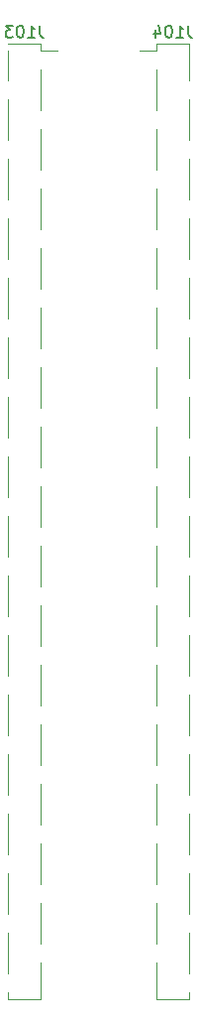
<source format=gbo>
G04 #@! TF.GenerationSoftware,KiCad,Pcbnew,9.0.6*
G04 #@! TF.CreationDate,2026-01-02T14:07:44-06:00*
G04 #@! TF.ProjectId,QFN-60_7x7,51464e2d-3630-45f3-9778-372e6b696361,rev?*
G04 #@! TF.SameCoordinates,Original*
G04 #@! TF.FileFunction,Legend,Bot*
G04 #@! TF.FilePolarity,Positive*
%FSLAX46Y46*%
G04 Gerber Fmt 4.6, Leading zero omitted, Abs format (unit mm)*
G04 Created by KiCad (PCBNEW 9.0.6) date 2026-01-02 14:07:44*
%MOMM*%
%LPD*%
G01*
G04 APERTURE LIST*
%ADD10C,0.150000*%
%ADD11C,0.120000*%
%ADD12R,2.510000X1.000000*%
%ADD13C,1.700000*%
%ADD14R,1.700000X1.700000*%
G04 APERTURE END LIST*
D10*
X146065714Y-78481819D02*
X146065714Y-79196104D01*
X146065714Y-79196104D02*
X146113333Y-79338961D01*
X146113333Y-79338961D02*
X146208571Y-79434200D01*
X146208571Y-79434200D02*
X146351428Y-79481819D01*
X146351428Y-79481819D02*
X146446666Y-79481819D01*
X145065714Y-79481819D02*
X145637142Y-79481819D01*
X145351428Y-79481819D02*
X145351428Y-78481819D01*
X145351428Y-78481819D02*
X145446666Y-78624676D01*
X145446666Y-78624676D02*
X145541904Y-78719914D01*
X145541904Y-78719914D02*
X145637142Y-78767533D01*
X144446666Y-78481819D02*
X144351428Y-78481819D01*
X144351428Y-78481819D02*
X144256190Y-78529438D01*
X144256190Y-78529438D02*
X144208571Y-78577057D01*
X144208571Y-78577057D02*
X144160952Y-78672295D01*
X144160952Y-78672295D02*
X144113333Y-78862771D01*
X144113333Y-78862771D02*
X144113333Y-79100866D01*
X144113333Y-79100866D02*
X144160952Y-79291342D01*
X144160952Y-79291342D02*
X144208571Y-79386580D01*
X144208571Y-79386580D02*
X144256190Y-79434200D01*
X144256190Y-79434200D02*
X144351428Y-79481819D01*
X144351428Y-79481819D02*
X144446666Y-79481819D01*
X144446666Y-79481819D02*
X144541904Y-79434200D01*
X144541904Y-79434200D02*
X144589523Y-79386580D01*
X144589523Y-79386580D02*
X144637142Y-79291342D01*
X144637142Y-79291342D02*
X144684761Y-79100866D01*
X144684761Y-79100866D02*
X144684761Y-78862771D01*
X144684761Y-78862771D02*
X144637142Y-78672295D01*
X144637142Y-78672295D02*
X144589523Y-78577057D01*
X144589523Y-78577057D02*
X144541904Y-78529438D01*
X144541904Y-78529438D02*
X144446666Y-78481819D01*
X143256190Y-78815152D02*
X143256190Y-79481819D01*
X143494285Y-78434200D02*
X143732380Y-79148485D01*
X143732380Y-79148485D02*
X143113333Y-79148485D01*
X133365714Y-78481819D02*
X133365714Y-79196104D01*
X133365714Y-79196104D02*
X133413333Y-79338961D01*
X133413333Y-79338961D02*
X133508571Y-79434200D01*
X133508571Y-79434200D02*
X133651428Y-79481819D01*
X133651428Y-79481819D02*
X133746666Y-79481819D01*
X132365714Y-79481819D02*
X132937142Y-79481819D01*
X132651428Y-79481819D02*
X132651428Y-78481819D01*
X132651428Y-78481819D02*
X132746666Y-78624676D01*
X132746666Y-78624676D02*
X132841904Y-78719914D01*
X132841904Y-78719914D02*
X132937142Y-78767533D01*
X131746666Y-78481819D02*
X131651428Y-78481819D01*
X131651428Y-78481819D02*
X131556190Y-78529438D01*
X131556190Y-78529438D02*
X131508571Y-78577057D01*
X131508571Y-78577057D02*
X131460952Y-78672295D01*
X131460952Y-78672295D02*
X131413333Y-78862771D01*
X131413333Y-78862771D02*
X131413333Y-79100866D01*
X131413333Y-79100866D02*
X131460952Y-79291342D01*
X131460952Y-79291342D02*
X131508571Y-79386580D01*
X131508571Y-79386580D02*
X131556190Y-79434200D01*
X131556190Y-79434200D02*
X131651428Y-79481819D01*
X131651428Y-79481819D02*
X131746666Y-79481819D01*
X131746666Y-79481819D02*
X131841904Y-79434200D01*
X131841904Y-79434200D02*
X131889523Y-79386580D01*
X131889523Y-79386580D02*
X131937142Y-79291342D01*
X131937142Y-79291342D02*
X131984761Y-79100866D01*
X131984761Y-79100866D02*
X131984761Y-78862771D01*
X131984761Y-78862771D02*
X131937142Y-78672295D01*
X131937142Y-78672295D02*
X131889523Y-78577057D01*
X131889523Y-78577057D02*
X131841904Y-78529438D01*
X131841904Y-78529438D02*
X131746666Y-78481819D01*
X131079999Y-78481819D02*
X130460952Y-78481819D01*
X130460952Y-78481819D02*
X130794285Y-78862771D01*
X130794285Y-78862771D02*
X130651428Y-78862771D01*
X130651428Y-78862771D02*
X130556190Y-78910390D01*
X130556190Y-78910390D02*
X130508571Y-78958009D01*
X130508571Y-78958009D02*
X130460952Y-79053247D01*
X130460952Y-79053247D02*
X130460952Y-79291342D01*
X130460952Y-79291342D02*
X130508571Y-79386580D01*
X130508571Y-79386580D02*
X130556190Y-79434200D01*
X130556190Y-79434200D02*
X130651428Y-79481819D01*
X130651428Y-79481819D02*
X130937142Y-79481819D01*
X130937142Y-79481819D02*
X131032380Y-79434200D01*
X131032380Y-79434200D02*
X131079999Y-79386580D01*
D11*
X146160000Y-80027000D02*
X146160000Y-83137000D01*
X146160000Y-80027000D02*
X143400000Y-80027000D01*
X146160000Y-80597000D02*
X146160000Y-83137000D01*
X146160000Y-84757000D02*
X146160000Y-88217000D01*
X146160000Y-89837000D02*
X146160000Y-93297000D01*
X146160000Y-94917000D02*
X146160000Y-98377000D01*
X146160000Y-99997000D02*
X146160000Y-103457000D01*
X146160000Y-105077000D02*
X146160000Y-108537000D01*
X146160000Y-110157000D02*
X146160000Y-113617000D01*
X146160000Y-115237000D02*
X146160000Y-118697000D01*
X146160000Y-120317000D02*
X146160000Y-123777000D01*
X146160000Y-125397000D02*
X146160000Y-128857000D01*
X146160000Y-130477000D02*
X146160000Y-133937000D01*
X146160000Y-135557000D02*
X146160000Y-139017000D01*
X146160000Y-140637000D02*
X146160000Y-144097000D01*
X146160000Y-145717000D02*
X146160000Y-149177000D01*
X146160000Y-150797000D02*
X146160000Y-154257000D01*
X146160000Y-155877000D02*
X146160000Y-159337000D01*
X146160000Y-160957000D02*
X146160000Y-161527000D01*
X146160000Y-161527000D02*
X143400000Y-161527000D01*
X143400000Y-80027000D02*
X143400000Y-80597000D01*
X143400000Y-80597000D02*
X141930000Y-80597000D01*
X143400000Y-82217000D02*
X143400000Y-85677000D01*
X143400000Y-87297000D02*
X143400000Y-90757000D01*
X143400000Y-92377000D02*
X143400000Y-95837000D01*
X143400000Y-97457000D02*
X143400000Y-100917000D01*
X143400000Y-102537000D02*
X143400000Y-105997000D01*
X143400000Y-107617000D02*
X143400000Y-111077000D01*
X143400000Y-112697000D02*
X143400000Y-116157000D01*
X143400000Y-117777000D02*
X143400000Y-121237000D01*
X143400000Y-122857000D02*
X143400000Y-126317000D01*
X143400000Y-127937000D02*
X143400000Y-131397000D01*
X143400000Y-133017000D02*
X143400000Y-136477000D01*
X143400000Y-138097000D02*
X143400000Y-141557000D01*
X143400000Y-143177000D02*
X143400000Y-146637000D01*
X143400000Y-148257000D02*
X143400000Y-151717000D01*
X143400000Y-153337000D02*
X143400000Y-156797000D01*
X143400000Y-158417000D02*
X143400000Y-161527000D01*
X130700000Y-80597000D02*
X130700000Y-83137000D01*
X130700000Y-84757000D02*
X130700000Y-88217000D01*
X130700000Y-89837000D02*
X130700000Y-93297000D01*
X130700000Y-94917000D02*
X130700000Y-98377000D01*
X130700000Y-99997000D02*
X130700000Y-103457000D01*
X130700000Y-105077000D02*
X130700000Y-108537000D01*
X130700000Y-110157000D02*
X130700000Y-113617000D01*
X130700000Y-115237000D02*
X130700000Y-118697000D01*
X130700000Y-120317000D02*
X130700000Y-123777000D01*
X130700000Y-125397000D02*
X130700000Y-128857000D01*
X130700000Y-130477000D02*
X130700000Y-133937000D01*
X130700000Y-135557000D02*
X130700000Y-139017000D01*
X130700000Y-140637000D02*
X130700000Y-144097000D01*
X130700000Y-145717000D02*
X130700000Y-149177000D01*
X130700000Y-150797000D02*
X130700000Y-154257000D01*
X130700000Y-155877000D02*
X130700000Y-159337000D01*
X130700000Y-160957000D02*
X130700000Y-161527000D01*
X133460000Y-80027000D02*
X130700000Y-80027000D01*
X133460000Y-80027000D02*
X133460000Y-80597000D01*
X133460000Y-80597000D02*
X134930000Y-80597000D01*
X133460000Y-82217000D02*
X133460000Y-85677000D01*
X133460000Y-87297000D02*
X133460000Y-90757000D01*
X133460000Y-92377000D02*
X133460000Y-95837000D01*
X133460000Y-97457000D02*
X133460000Y-100917000D01*
X133460000Y-102537000D02*
X133460000Y-105997000D01*
X133460000Y-107617000D02*
X133460000Y-111077000D01*
X133460000Y-112697000D02*
X133460000Y-116157000D01*
X133460000Y-117777000D02*
X133460000Y-121237000D01*
X133460000Y-122857000D02*
X133460000Y-126317000D01*
X133460000Y-127937000D02*
X133460000Y-131397000D01*
X133460000Y-133017000D02*
X133460000Y-136477000D01*
X133460000Y-138097000D02*
X133460000Y-141557000D01*
X133460000Y-143177000D02*
X133460000Y-146637000D01*
X133460000Y-148257000D02*
X133460000Y-151717000D01*
X133460000Y-153337000D02*
X133460000Y-156797000D01*
X133460000Y-158417000D02*
X133460000Y-161527000D01*
X133460000Y-161527000D02*
X130700000Y-161527000D01*
%LPC*%
D12*
X143125000Y-81407000D03*
X146435000Y-83947000D03*
X143125000Y-86487000D03*
X146435000Y-89027000D03*
X143125000Y-91567000D03*
X146435000Y-94107000D03*
X143125000Y-96647000D03*
X146435000Y-99187000D03*
X143125000Y-101727000D03*
X146435000Y-104267000D03*
X143125000Y-106807000D03*
X146435000Y-109347000D03*
X143125000Y-111887000D03*
X146435000Y-114427000D03*
X143125000Y-116967000D03*
X146435000Y-119507000D03*
X143125000Y-122047000D03*
X146435000Y-124587000D03*
X143125000Y-127127000D03*
X146435000Y-129667000D03*
X143125000Y-132207000D03*
X146435000Y-134747000D03*
X143125000Y-137287000D03*
X146435000Y-139827000D03*
X143125000Y-142367000D03*
X146435000Y-144907000D03*
X143125000Y-147447000D03*
X146435000Y-149987000D03*
X143125000Y-152527000D03*
X146435000Y-155067000D03*
X143125000Y-157607000D03*
X146435000Y-160147000D03*
D13*
X127000000Y-81424250D03*
D14*
X127000000Y-83964250D03*
D13*
X127000000Y-86504250D03*
X127000000Y-89044250D03*
X127000000Y-91584250D03*
X127000000Y-94124250D03*
X127000000Y-96664250D03*
X127000000Y-99204250D03*
X127000000Y-101744250D03*
X127000000Y-104284250D03*
X127000000Y-106824250D03*
X127000000Y-109364250D03*
X127000000Y-111904250D03*
X127000000Y-114444250D03*
X127000000Y-116984250D03*
X127000000Y-119524250D03*
X127000000Y-122064250D03*
X127000000Y-124604250D03*
X127000000Y-127144250D03*
X127000000Y-129684250D03*
X127000000Y-132224250D03*
X127000000Y-134764250D03*
X127000000Y-137304250D03*
X127000000Y-139844250D03*
X127000000Y-142384250D03*
X127000000Y-144924250D03*
X127000000Y-147464250D03*
X127000000Y-150004250D03*
X127000000Y-152544250D03*
X127000000Y-155084250D03*
X127000000Y-157624250D03*
X127000000Y-160164250D03*
X149860000Y-81424250D03*
X149860000Y-83964250D03*
X149860000Y-86504250D03*
X149860000Y-89044250D03*
X149860000Y-91584250D03*
X149860000Y-94124250D03*
X149860000Y-96664250D03*
X149860000Y-99204250D03*
X149860000Y-101744250D03*
X149860000Y-104284250D03*
X149860000Y-106824250D03*
X149860000Y-109364250D03*
X149860000Y-111904250D03*
X149860000Y-114444250D03*
X149860000Y-116984250D03*
X149860000Y-119524250D03*
X149860000Y-122064250D03*
X149860000Y-124604250D03*
X149860000Y-127144250D03*
X149860000Y-129684250D03*
X149860000Y-132224250D03*
X149860000Y-134764250D03*
X149860000Y-137304250D03*
X149860000Y-139844250D03*
X149860000Y-142384250D03*
X149860000Y-144924250D03*
X149860000Y-147464250D03*
X149860000Y-150004250D03*
X149860000Y-152544250D03*
X149860000Y-155084250D03*
X149860000Y-157624250D03*
X149860000Y-160164250D03*
D12*
X133735000Y-81407000D03*
X130425000Y-83947000D03*
X133735000Y-86487000D03*
X130425000Y-89027000D03*
X133735000Y-91567000D03*
X130425000Y-94107000D03*
X133735000Y-96647000D03*
X130425000Y-99187000D03*
X133735000Y-101727000D03*
X130425000Y-104267000D03*
X133735000Y-106807000D03*
X130425000Y-109347000D03*
X133735000Y-111887000D03*
X130425000Y-114427000D03*
X133735000Y-116967000D03*
X130425000Y-119507000D03*
X133735000Y-122047000D03*
X130425000Y-124587000D03*
X133735000Y-127127000D03*
X130425000Y-129667000D03*
X133735000Y-132207000D03*
X130425000Y-134747000D03*
X133735000Y-137287000D03*
X130425000Y-139827000D03*
X133735000Y-142367000D03*
X130425000Y-144907000D03*
X133735000Y-147447000D03*
X130425000Y-149987000D03*
X133735000Y-152527000D03*
X130425000Y-155067000D03*
X133735000Y-157607000D03*
X130425000Y-160147000D03*
%LPD*%
M02*

</source>
